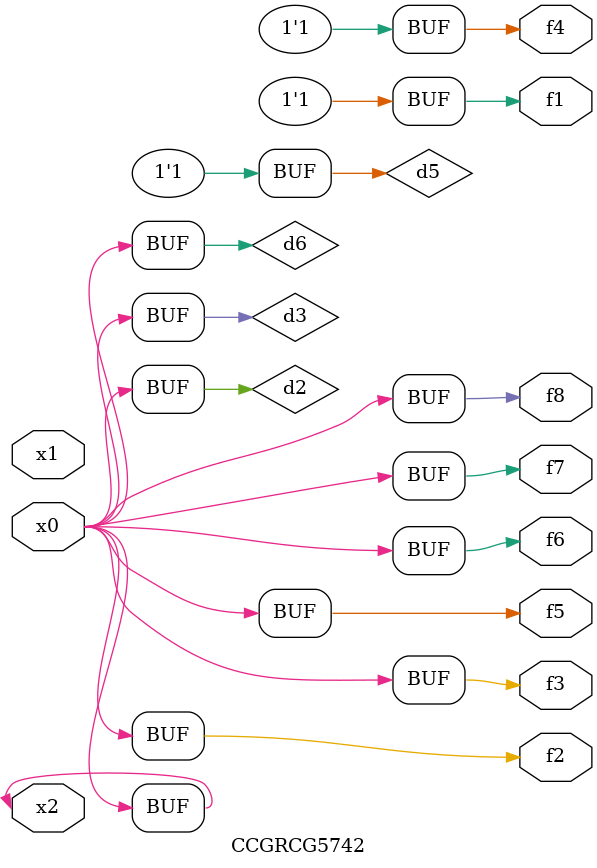
<source format=v>
module CCGRCG5742(
	input x0, x1, x2,
	output f1, f2, f3, f4, f5, f6, f7, f8
);

	wire d1, d2, d3, d4, d5, d6;

	xnor (d1, x2);
	buf (d2, x0, x2);
	and (d3, x0);
	xnor (d4, x1, x2);
	nand (d5, d1, d3);
	buf (d6, d2, d3);
	assign f1 = d5;
	assign f2 = d6;
	assign f3 = d6;
	assign f4 = d5;
	assign f5 = d6;
	assign f6 = d6;
	assign f7 = d6;
	assign f8 = d6;
endmodule

</source>
